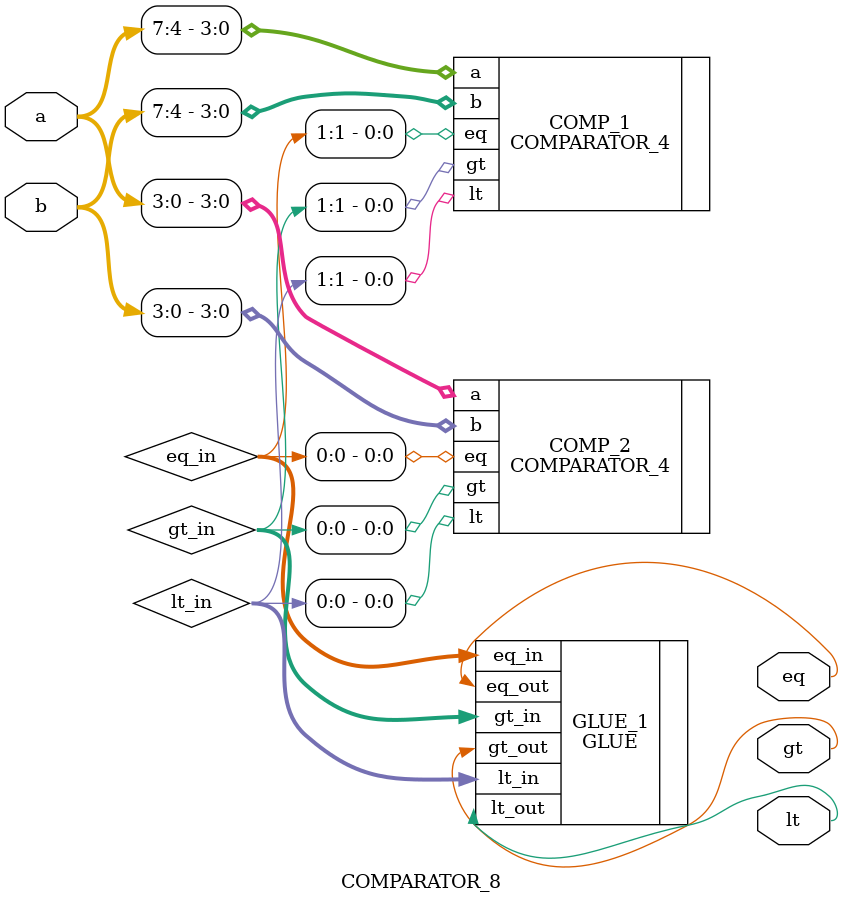
<source format=v>
`timescale 1ns / 1ps
module COMPARATOR_8(
input [7:0] a, b,
output gt,lt,eq

);

wire [1:0] gt_in, lt_in, eq_in;

COMPARATOR_4 COMP_1(
.a(a[7:4]),
.b(b[7:4]),

.gt(gt_in[1]),
.lt(lt_in[1]),
.eq(eq_in[1])
);

COMPARATOR_4 COMP_2(
.a(a[3:0]),
.b(b[3:0]),

.gt(gt_in[0]),
.lt(lt_in[0]),
.eq(eq_in[0])
);

GLUE GLUE_1(
.gt_in(gt_in),
.lt_in(lt_in),
.eq_in(eq_in),

.gt_out(gt),
.lt_out(lt),
.eq_out(eq)
);

endmodule
</source>
